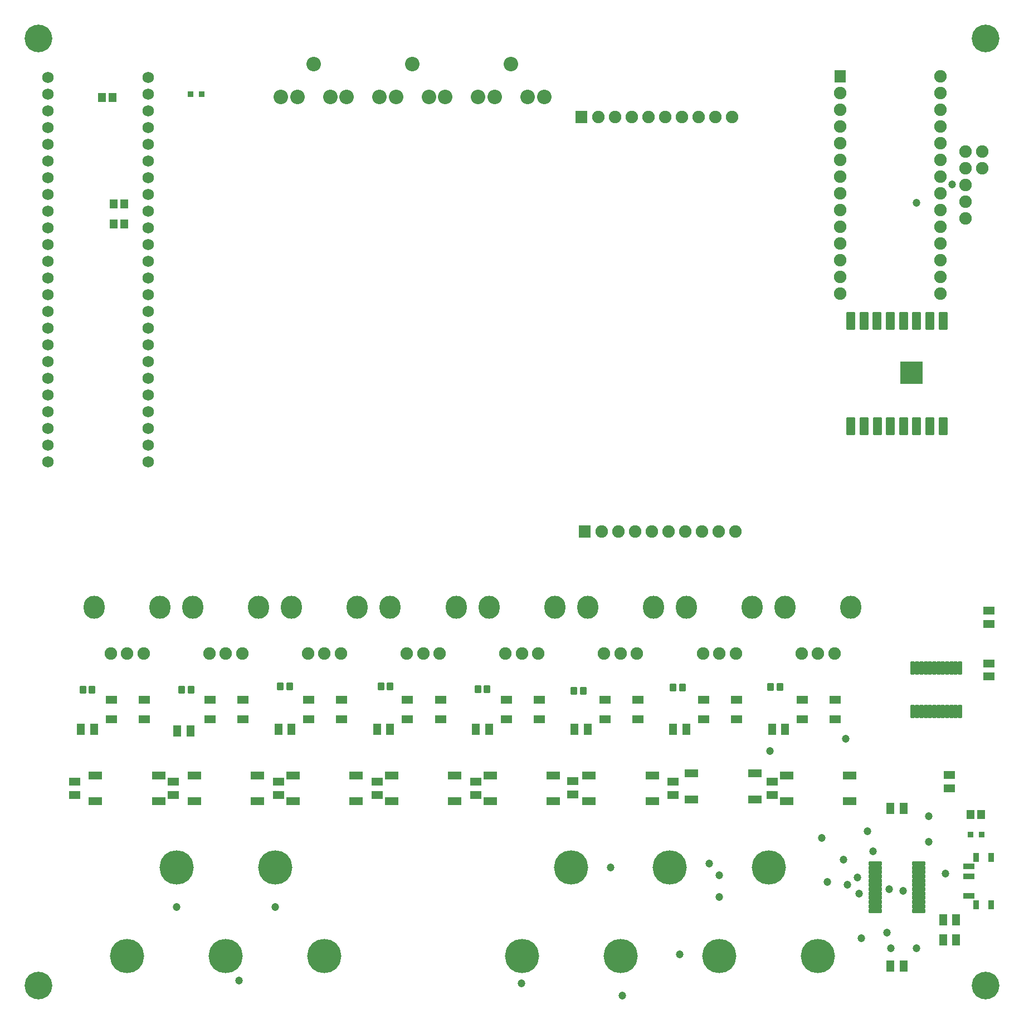
<source format=gts>
G04 Layer: TopSolderMaskLayer*
G04 EasyEDA v6.5.51, 2025-11-28 17:22:10*
G04 3f89507fd9de47f783310b3fc4076c63,ba7c814570024b70955b40637584d18f,10*
G04 Gerber Generator version 0.2*
G04 Scale: 100 percent, Rotated: No, Reflected: No *
G04 Dimensions in millimeters *
G04 leading zeros omitted , absolute positions ,4 integer and 5 decimal *
%FSLAX45Y45*%
%MOMM*%

%AMMACRO1*4,1,8,-0.4211,-0.4508,-0.4508,-0.421,-0.4508,0.4211,-0.4211,0.4508,0.421,0.4508,0.4508,0.4211,0.4508,-0.421,0.421,-0.4508,-0.4211,-0.4508,0*%
%AMMACRO2*4,1,8,-0.8295,-0.9516,-0.889,-0.8921,-0.889,0.8921,-0.8295,0.9516,0.8295,0.9516,0.889,0.8921,0.889,-0.8921,0.8295,-0.9516,-0.8295,-0.9516,0*%
%AMMACRO3*4,1,8,-0.9421,-0.6016,-1.0016,-0.5421,-1.0016,0.5421,-0.9421,0.6016,0.9421,0.6016,1.0016,0.5421,1.0016,-0.5421,0.9421,-0.6016,-0.9421,-0.6016,0*%
%AMMACRO4*4,1,8,-0.8171,-0.6016,-0.8766,-0.5421,-0.8766,0.5421,-0.8171,0.6016,0.8171,0.6016,0.8766,0.5421,0.8766,-0.5421,0.8171,-0.6016,-0.8171,-0.6016,0*%
%AMMACRO5*4,1,8,-0.5421,-0.6516,-0.6016,-0.5921,-0.6016,0.5921,-0.5421,0.6516,0.5421,0.6516,0.6016,0.5921,0.6016,-0.5921,0.5421,-0.6516,-0.5421,-0.6516,0*%
%AMMACRO6*4,1,8,-0.5921,-1.3516,-0.6516,-1.2921,-0.6516,1.2921,-0.5921,1.3516,0.5921,1.3516,0.6516,1.2921,0.6516,-1.2921,0.5921,-1.3516,-0.5921,-1.3516,0*%
%AMMACRO7*4,1,8,-0.592,-1.3513,-0.6515,-1.2917,-0.6515,1.2918,-0.592,1.3513,0.592,1.3513,0.6515,1.2918,0.6515,-1.2917,0.592,-1.3513,-0.592,-1.3513,0*%
%AMMACRO8*4,1,8,-1.6421,-1.7016,-1.7016,-1.6421,-1.7016,1.6421,-1.6421,1.7016,1.6421,1.7016,1.7016,1.6421,1.7016,-1.6421,1.6421,-1.7016,-1.6421,-1.7016,0*%
%AMMACRO9*4,1,8,-0.3921,-0.7016,-0.4516,-0.6421,-0.4516,0.6421,-0.3921,0.7016,0.3921,0.7016,0.4516,0.6421,0.4516,-0.6421,0.3921,-0.7016,-0.3921,-0.7016,0*%
%AMMACRO10*4,1,8,-0.8041,-0.4016,-0.8636,-0.3421,-0.8636,0.3421,-0.8041,0.4016,0.8041,0.4016,0.8636,0.3421,0.8636,-0.3421,0.8041,-0.4016,-0.8041,-0.4016,0*%
%AMMACRO11*4,1,8,-0.5421,-0.8766,-0.6016,-0.8171,-0.6016,0.8171,-0.5421,0.8766,0.5421,0.8766,0.6016,0.8171,0.6016,-0.8171,0.5421,-0.8766,-0.5421,-0.8766,0*%
%AMMACRO12*4,1,8,-0.8041,-0.9515,-0.8636,-0.8919,-0.8636,0.892,-0.8041,0.9515,0.8041,0.9515,0.8636,0.892,0.8636,-0.8919,0.8041,-0.9515,-0.8041,-0.9515,0*%
%AMMACRO13*4,1,8,-0.4421,-0.5516,-0.5016,-0.4921,-0.5016,0.4921,-0.4421,0.5516,0.4421,0.5516,0.5016,0.4921,0.5016,-0.4921,0.4421,-0.5516,-0.4421,-0.5516,0*%
%AMMACRO14*4,1,8,-0.7927,-0.6007,-0.8522,-0.5412,-0.8522,0.5412,-0.7927,0.6007,0.7926,0.6007,0.8522,0.5412,0.8522,-0.5412,0.7926,-0.6007,-0.7927,-0.6007,0*%
%AMMACRO15*4,1,8,-0.7914,-0.6007,-0.8509,-0.5412,-0.8509,0.5412,-0.7914,0.6007,0.7914,0.6007,0.8509,0.5412,0.8509,-0.5412,0.7914,-0.6007,-0.7914,-0.6007,0*%
%AMMACRO16*4,1,8,-0.9438,-0.3048,-1.0033,-0.2453,-1.0033,0.2453,-0.9438,0.3048,0.9438,0.3048,1.0033,0.2453,1.0033,-0.2453,0.9438,-0.3048,-0.9438,-0.3048,0*%
%AMMACRO17*4,1,8,-0.2453,-1.0033,-0.3048,-0.9438,-0.3048,0.9438,-0.2453,1.0033,0.2453,1.0033,0.3048,0.9438,0.3048,-0.9438,0.2453,-1.0033,-0.2453,-1.0033,0*%
%ADD10C,5.2032*%
%ADD11C,4.2032*%
%ADD12MACRO1*%
%ADD13C,1.9032*%
%ADD14MACRO2*%
%ADD15MACRO3*%
%ADD16C,2.2032*%
%ADD17MACRO4*%
%ADD18C,0.0145*%
%ADD19MACRO5*%
%ADD20MACRO6*%
%ADD21MACRO7*%
%ADD22MACRO8*%
%ADD23MACRO9*%
%ADD24MACRO10*%
%ADD25MACRO11*%
%ADD26MACRO12*%
%ADD27C,1.7272*%
%ADD28MACRO13*%
%ADD29MACRO14*%
%ADD30MACRO15*%
%ADD31MACRO16*%
%ADD32MACRO17*%
%ADD33O,3.203194X3.503193*%
%ADD34C,1.2032*%

%LPD*%
D10*
G01*
X3000019Y-3450005D03*
G01*
X4500016Y-3450005D03*
G01*
X7500035Y-3450005D03*
G01*
X9000032Y-3450005D03*
G01*
X10500029Y-3450005D03*
G01*
X12000026Y-3450005D03*
G01*
X2250033Y-2099995D03*
G01*
X3750030Y-2099995D03*
G01*
X8250021Y-2099995D03*
G01*
X9750018Y-2099995D03*
G01*
X11250015Y-2099995D03*
G01*
X1499996Y-3450031D03*
D11*
G01*
X14550009Y-3899992D03*
G01*
X150012Y-3899992D03*
G01*
X150012Y10500004D03*
G01*
X14550009Y10500004D03*
G01*
X150012Y10500004D03*
G01*
X150012Y-3899992D03*
D12*
G01*
X2635084Y9650006D03*
G01*
X2464904Y9650006D03*
G01*
X14485091Y-1599999D03*
G01*
X14314911Y-1599999D03*
D13*
G01*
X10743006Y2999994D03*
G01*
X10489006Y2999994D03*
G01*
X10235006Y2999994D03*
G01*
X9981006Y2999994D03*
G01*
X9727006Y2999994D03*
G01*
X9473006Y2999994D03*
G01*
X9219006Y2999994D03*
G01*
X8965006Y2999994D03*
G01*
X8711006Y2999994D03*
D14*
G01*
X8457001Y2999999D03*
D13*
G01*
X10692993Y9300006D03*
G01*
X10438993Y9300006D03*
G01*
X10184993Y9300006D03*
G01*
X9930993Y9300006D03*
G01*
X9676993Y9300006D03*
G01*
X9422993Y9300006D03*
G01*
X9168993Y9300006D03*
G01*
X8914993Y9300006D03*
G01*
X8660993Y9300006D03*
D14*
G01*
X8407001Y9299999D03*
D15*
G01*
X10080000Y-674992D03*
G01*
X11039993Y-674992D03*
G01*
X10080000Y-1065009D03*
G01*
X11039993Y-1065009D03*
D16*
G01*
X4337177Y10105262D03*
G01*
X3837177Y9605263D03*
G01*
X4837175Y9605263D03*
G01*
X4087164Y9605263D03*
G01*
X4587163Y9605263D03*
D17*
G01*
X13999999Y-700001D03*
G01*
X13999999Y-900000D03*
D16*
G01*
X7337196Y10105288D03*
G01*
X6837197Y9605289D03*
G01*
X7837195Y9605289D03*
G01*
X7087184Y9605289D03*
G01*
X7587183Y9605289D03*
G01*
X5837199Y10105288D03*
G01*
X5337200Y9605289D03*
G01*
X6337198Y9605289D03*
G01*
X5587187Y9605289D03*
G01*
X6087186Y9605289D03*
D19*
G01*
X1299992Y7979996D03*
G01*
X1459992Y7979996D03*
G01*
X1299992Y7679997D03*
G01*
X1459992Y7679997D03*
D20*
G01*
X13900240Y6200200D03*
G01*
X13699122Y6200150D03*
G01*
X13499809Y6199999D03*
G01*
X13298948Y6200099D03*
G01*
X13099352Y6200174D03*
G01*
X12899759Y6200099D03*
G01*
X12699353Y6200200D03*
G01*
X12499760Y6200099D03*
G01*
X13900240Y4600000D03*
D21*
G01*
X13700216Y4600000D03*
D20*
G01*
X13500367Y4599799D03*
G01*
X13300421Y4599899D03*
G01*
X13100190Y4599974D03*
G01*
X12900242Y4599899D03*
G01*
X12700242Y4600000D03*
G01*
X12500446Y4599950D03*
D22*
G01*
X13417641Y5412800D03*
D23*
G01*
X14399994Y-1950003D03*
G01*
X14629996Y-1950003D03*
G01*
X14629996Y-2669999D03*
G01*
X14399994Y-2669999D03*
D24*
G01*
X14289996Y-2084999D03*
G01*
X14289996Y-2234999D03*
G01*
X14289996Y-2535001D03*
D25*
G01*
X14099999Y-3200001D03*
G01*
X13900000Y-3200001D03*
D26*
G01*
X12334001Y9924000D03*
D13*
G01*
X12333986Y9670008D03*
G01*
X12333986Y9416008D03*
G01*
X12333986Y9162008D03*
G01*
X12333986Y8908008D03*
G01*
X12333986Y8654008D03*
G01*
X12333986Y8400008D03*
G01*
X12333986Y8146008D03*
G01*
X12333986Y7892008D03*
G01*
X12333986Y7638008D03*
G01*
X12333986Y7384008D03*
G01*
X12333986Y7130008D03*
G01*
X12333986Y6876008D03*
G01*
X12333986Y6622008D03*
G01*
X13857986Y9670008D03*
G01*
X13857986Y9416008D03*
G01*
X13857986Y9162008D03*
G01*
X13857986Y8908008D03*
G01*
X13857986Y8654008D03*
G01*
X13857986Y8400008D03*
G01*
X13857986Y8146008D03*
G01*
X13857986Y7892008D03*
G01*
X13857986Y7638008D03*
G01*
X13857986Y7384008D03*
G01*
X13857986Y7130008D03*
G01*
X13857986Y6876008D03*
G01*
X13857986Y6622008D03*
G01*
X13857986Y9924008D03*
G01*
X14492986Y8781008D03*
G01*
X14492986Y8527008D03*
G01*
X14238986Y8273008D03*
G01*
X14238986Y8019008D03*
G01*
X14238986Y7765008D03*
G01*
X14238986Y8781008D03*
G01*
X14238986Y8527008D03*
D19*
G01*
X1280007Y9600001D03*
G01*
X1120007Y9600001D03*
G01*
X14480009Y-1299999D03*
G01*
X14320009Y-1299999D03*
D15*
G01*
X1020003Y-704992D03*
G01*
X1979996Y-704992D03*
G01*
X1020003Y-1095009D03*
G01*
X1979996Y-1095009D03*
G01*
X2520002Y-704992D03*
G01*
X3479995Y-704992D03*
G01*
X2520002Y-1095009D03*
G01*
X3479995Y-1095009D03*
G01*
X4020004Y-704992D03*
G01*
X4979997Y-704992D03*
G01*
X4020004Y-1095009D03*
G01*
X4979997Y-1095009D03*
G01*
X5520004Y-704992D03*
G01*
X6479997Y-704992D03*
G01*
X5520004Y-1095009D03*
G01*
X6479997Y-1095009D03*
G01*
X11520002Y-704992D03*
G01*
X12479995Y-704992D03*
G01*
X11520002Y-1095009D03*
G01*
X12479995Y-1095009D03*
G01*
X8520003Y-704992D03*
G01*
X9479996Y-704992D03*
G01*
X8520003Y-1095009D03*
G01*
X9479996Y-1095009D03*
G01*
X7020003Y-704992D03*
G01*
X7979996Y-704992D03*
G01*
X7020003Y-1095009D03*
G01*
X7979996Y-1095009D03*
D25*
G01*
X13299996Y-3599997D03*
G01*
X13099996Y-3599997D03*
D17*
G01*
X14600001Y1000000D03*
G01*
X14600001Y800000D03*
G01*
X700001Y-800000D03*
G01*
X700001Y-1000000D03*
G01*
X2200000Y-800000D03*
G01*
X2200000Y-1000000D03*
G01*
X3800000Y-800000D03*
G01*
X3800000Y-1000000D03*
G01*
X5299999Y-800000D03*
G01*
X5299999Y-1000000D03*
G01*
X11300000Y-800000D03*
G01*
X11300000Y-1000000D03*
G01*
X9800000Y-800000D03*
G01*
X9800000Y-1000000D03*
G01*
X8270003Y-790000D03*
G01*
X8270003Y-990000D03*
G01*
X6799999Y-800000D03*
G01*
X6799999Y-1000000D03*
D27*
G01*
X299999Y9900005D03*
G01*
X299999Y9646005D03*
G01*
X299999Y9392005D03*
G01*
X299999Y9138005D03*
G01*
X299999Y8884005D03*
G01*
X299999Y8630005D03*
G01*
X299999Y8376005D03*
G01*
X299999Y8122005D03*
G01*
X299999Y7868005D03*
G01*
X299999Y7614005D03*
G01*
X299999Y7360005D03*
G01*
X299999Y7106005D03*
G01*
X299999Y6852005D03*
G01*
X299999Y6598005D03*
G01*
X299999Y6344005D03*
G01*
X299999Y6090005D03*
G01*
X299999Y5836005D03*
G01*
X299999Y5582005D03*
G01*
X299999Y5328005D03*
G01*
X299999Y5074005D03*
G01*
X299999Y4820005D03*
G01*
X299999Y4566005D03*
G01*
X299999Y4312005D03*
G01*
X299999Y4058005D03*
G01*
X1823999Y4058005D03*
G01*
X1823999Y4312005D03*
G01*
X1823999Y4566005D03*
G01*
X1823999Y4820005D03*
G01*
X1823999Y5074005D03*
G01*
X1823999Y5328005D03*
G01*
X1823999Y5582005D03*
G01*
X1823999Y5836005D03*
G01*
X1823999Y6090005D03*
G01*
X1823999Y6344005D03*
G01*
X1823999Y6598005D03*
G01*
X1823999Y6852005D03*
G01*
X1823999Y7106005D03*
G01*
X1823999Y7360005D03*
G01*
X1823999Y7614005D03*
G01*
X1823999Y7868005D03*
G01*
X1823999Y8122005D03*
G01*
X1823999Y8376005D03*
G01*
X1823999Y8630005D03*
G01*
X1823999Y8884005D03*
G01*
X1823999Y9138005D03*
G01*
X1823999Y9392005D03*
G01*
X1823999Y9646005D03*
G01*
X1823999Y9900005D03*
D28*
G01*
X11280005Y640001D03*
G01*
X11420005Y640001D03*
G01*
X9800005Y630001D03*
G01*
X9940005Y630001D03*
G01*
X8290003Y580001D03*
G01*
X8430003Y580001D03*
G01*
X6830004Y610001D03*
G01*
X6970003Y610001D03*
G01*
X5360001Y650001D03*
G01*
X5500001Y650001D03*
G01*
X2330000Y599998D03*
G01*
X2470000Y599998D03*
G01*
X830000Y599998D03*
G01*
X970000Y599998D03*
D29*
G01*
X7762501Y450004D03*
G01*
X7762501Y150030D03*
D30*
G01*
X7262502Y150030D03*
G01*
X7262502Y450004D03*
D29*
G01*
X9262501Y450004D03*
G01*
X9262501Y150030D03*
D30*
G01*
X8762502Y150030D03*
G01*
X8762502Y450004D03*
D29*
G01*
X12262502Y450004D03*
G01*
X12262502Y150030D03*
D30*
G01*
X11762503Y150030D03*
G01*
X11762503Y450004D03*
D29*
G01*
X10762500Y450004D03*
G01*
X10762500Y150030D03*
D30*
G01*
X10262501Y150030D03*
G01*
X10262501Y450004D03*
D29*
G01*
X4762502Y450004D03*
G01*
X4762502Y150030D03*
D30*
G01*
X4262503Y150030D03*
G01*
X4262503Y450004D03*
D29*
G01*
X3262500Y450004D03*
G01*
X3262500Y150030D03*
D30*
G01*
X2762501Y150030D03*
G01*
X2762501Y450004D03*
D29*
G01*
X1762500Y450004D03*
G01*
X1762500Y150030D03*
D30*
G01*
X1262501Y150030D03*
G01*
X1262501Y450004D03*
D31*
G01*
X12870002Y-2041860D03*
G01*
X12870002Y-2107900D03*
G01*
X12870002Y-2171400D03*
G01*
X12870002Y-2237440D03*
G01*
X12870002Y-2303480D03*
G01*
X12870002Y-2366980D03*
G01*
X12870002Y-2433020D03*
G01*
X12870002Y-2496520D03*
G01*
X12870002Y-2562560D03*
G01*
X12870002Y-2628600D03*
G01*
X12870002Y-2692100D03*
G01*
X12870002Y-2758140D03*
G01*
X13530000Y-2758140D03*
G01*
X13530000Y-2692100D03*
G01*
X13530000Y-2628600D03*
G01*
X13530000Y-2562560D03*
G01*
X13530000Y-2496520D03*
G01*
X13530000Y-2433020D03*
G01*
X13530000Y-2366980D03*
G01*
X13530000Y-2303480D03*
G01*
X13530000Y-2237440D03*
G01*
X13530000Y-2171400D03*
G01*
X13530000Y-2107900D03*
G01*
X13530000Y-2041860D03*
D32*
G01*
X13441860Y269999D03*
G01*
X13507900Y269999D03*
G01*
X13571400Y269999D03*
G01*
X13637440Y269999D03*
G01*
X13703480Y269999D03*
G01*
X13766980Y269999D03*
G01*
X13833020Y269999D03*
G01*
X13896520Y269999D03*
G01*
X13962560Y269999D03*
G01*
X14028600Y269999D03*
G01*
X14092100Y269999D03*
G01*
X14158140Y269999D03*
G01*
X14158140Y929998D03*
G01*
X14092100Y929998D03*
G01*
X14028600Y929998D03*
G01*
X13962560Y929998D03*
G01*
X13896520Y929998D03*
G01*
X13833020Y929998D03*
G01*
X13766980Y929998D03*
G01*
X13703480Y929998D03*
G01*
X13637440Y929998D03*
G01*
X13571400Y929998D03*
G01*
X13507900Y929998D03*
G01*
X13441860Y929998D03*
D25*
G01*
X13100001Y-1200000D03*
G01*
X13300001Y-1200000D03*
D17*
G01*
X14600001Y1599999D03*
G01*
X14600001Y1799998D03*
D25*
G01*
X13900000Y-2899999D03*
G01*
X14099999Y-2899999D03*
G01*
X800000Y0D03*
G01*
X1000000Y0D03*
G01*
X2263995Y-24000D03*
G01*
X2463995Y-24000D03*
G01*
X3800000Y0D03*
G01*
X3999999Y0D03*
G01*
X5299999Y0D03*
G01*
X5499999Y0D03*
G01*
X11300000Y0D03*
G01*
X11499999Y0D03*
G01*
X9800000Y0D03*
G01*
X10000000Y0D03*
G01*
X8300001Y0D03*
G01*
X8500000Y0D03*
G01*
X6800001Y0D03*
G01*
X7000001Y0D03*
D13*
G01*
X1250010Y1149985D03*
G01*
X1499996Y1149985D03*
G01*
X1750009Y1149985D03*
D33*
G01*
X1999995Y1849983D03*
G01*
X999997Y1849983D03*
D13*
G01*
X2750007Y1149985D03*
G01*
X2999993Y1149985D03*
G01*
X3250006Y1149985D03*
D33*
G01*
X3499993Y1849983D03*
G01*
X2499995Y1849983D03*
D13*
G01*
X4250004Y1149985D03*
G01*
X4499990Y1149985D03*
G01*
X4750003Y1149985D03*
D33*
G01*
X4999990Y1849983D03*
G01*
X3999991Y1849983D03*
D13*
G01*
X5750026Y1149985D03*
G01*
X6000013Y1149985D03*
G01*
X6250025Y1149985D03*
D33*
G01*
X6500012Y1849983D03*
G01*
X5500014Y1849983D03*
D13*
G01*
X7250023Y1149985D03*
G01*
X7500010Y1149985D03*
G01*
X7750022Y1149985D03*
D33*
G01*
X8000009Y1849983D03*
G01*
X7000011Y1849983D03*
D13*
G01*
X8750020Y1149985D03*
G01*
X9000007Y1149985D03*
G01*
X9250019Y1149985D03*
D33*
G01*
X9500006Y1849983D03*
G01*
X8500008Y1849983D03*
D13*
G01*
X10250017Y1149985D03*
G01*
X10500004Y1149985D03*
G01*
X10750016Y1149985D03*
D33*
G01*
X11000003Y1849983D03*
G01*
X10000005Y1849983D03*
D13*
G01*
X11750014Y1149985D03*
G01*
X12000001Y1149985D03*
G01*
X12250013Y1149985D03*
D33*
G01*
X12500000Y1849983D03*
G01*
X11500002Y1849983D03*
D28*
G01*
X3830002Y650001D03*
G01*
X3970002Y650001D03*
D29*
G01*
X6262504Y450004D03*
G01*
X6262504Y150030D03*
D30*
G01*
X5762505Y150030D03*
G01*
X5762505Y450004D03*
D34*
G01*
X13049986Y-3090011D03*
G01*
X13499998Y8000009D03*
G01*
X11267389Y-329996D03*
G01*
X12419990Y-150012D03*
G01*
X14040002Y8279993D03*
G01*
X12449987Y-2366975D03*
G01*
X12140006Y-2320010D03*
G01*
X13289991Y-2459989D03*
G01*
X13080009Y-2433015D03*
G01*
X12600000Y-2250008D03*
G01*
X12389993Y-1980006D03*
G01*
X12628448Y-2496515D03*
G01*
X2250008Y-2699994D03*
G01*
X3750005Y-2699994D03*
G01*
X7490002Y-3860012D03*
G01*
X8849995Y-2099995D03*
G01*
X9029954Y-4050029D03*
G01*
X3199993Y-3820007D03*
G01*
X12750012Y-1550009D03*
G01*
X10349991Y-2040001D03*
G01*
X12840004Y-1859991D03*
G01*
X10500004Y-2220010D03*
G01*
X10500004Y-2550007D03*
G01*
X9900005Y-3420008D03*
G01*
X13941196Y-2198801D03*
G01*
X12059996Y-1650009D03*
G01*
X13499998Y-3329990D03*
G01*
X12659995Y-3180003D03*
G01*
X13680008Y-1320012D03*
G01*
X13680008Y-1710004D03*
G01*
X13109956Y-3329939D03*
M02*

</source>
